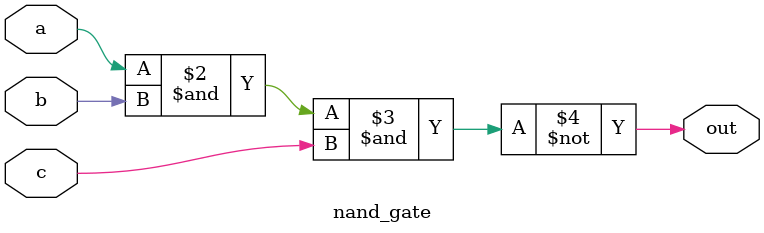
<source format=v>


module nand_gate(
  input wire a, b, c,
  output reg out
);
  always @* begin
    out = ~(a & b & c);
  end
endmodule
</source>
